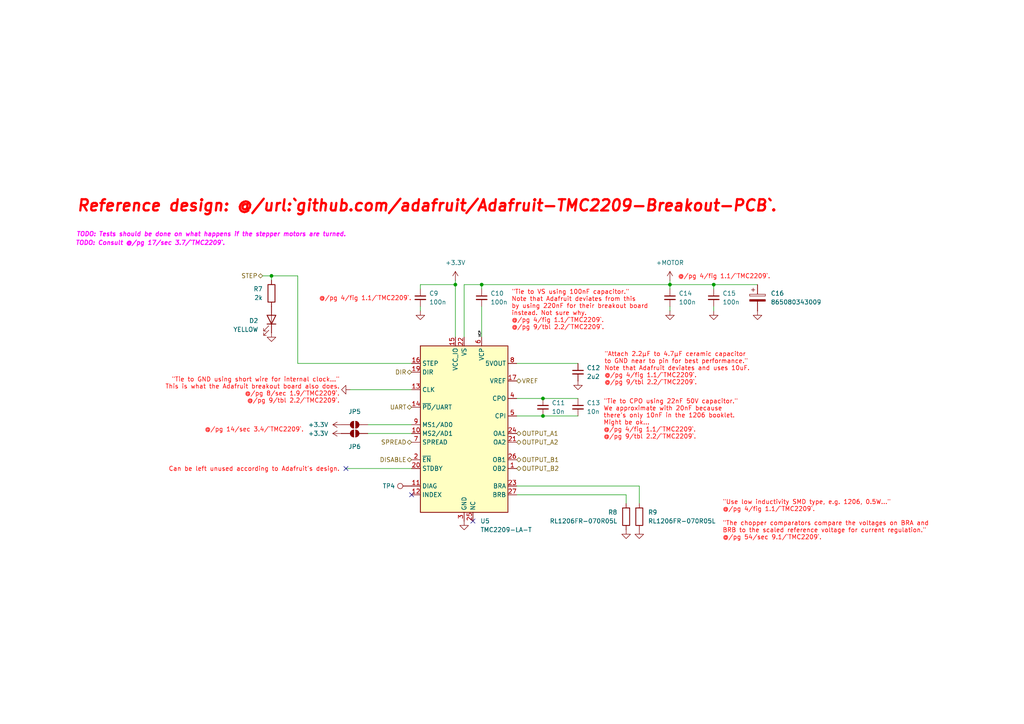
<source format=kicad_sch>
(kicad_sch (version 20250114) (generator "eeschema") (generator_version "9.0")
  (paper "A4")
  (lib_symbols
    (symbol "Connector:TestPoint" (pin_numbers (hide yes)) (pin_names (offset 0.762) (hide yes))
      (property "Reference" "TP" (at 0 6.858 0))
      (property "Value" "TestPoint" (at 0 5.08 0))
      (symbol "TestPoint_0_1"
        (circle (center 0 3.302) (radius 0.762))
      )
      (symbol "TestPoint_1_1"
        (pin passive line (at 0 0 90) (length 2.54) (name "1") (number "1"))
      )
    )
    (symbol "Device:C_Polarized" (pin_numbers (hide yes)) (pin_names (offset 0.254))
      (property "Reference" "C" (at 0.635 2.54 0))
      (property "Value" "C_Polarized" (at 0.635 -2.54 0))
      (symbol "C_Polarized_0_1"
        (rectangle (start -2.286 0.508) (end 2.286 1.016))
        (polyline (pts (xy -1.778 2.286) (xy -0.762 2.286)))
        (polyline (pts (xy -1.27 2.794) (xy -1.27 1.778)))
        (rectangle (start 2.286 -0.508) (end -2.286 -1.016) (fill (type outline)))
      )
      (symbol "C_Polarized_1_1"
        (pin passive line (at 0 3.81 270) (length 2.794) (name "~") (number "1"))
        (pin passive line (at 0 -3.81 90) (length 2.794) (name "~") (number "2"))
      )
    )
    (symbol "Device:C_Small" (pin_numbers (hide yes)) (pin_names (offset 0.254) (hide yes))
      (property "Reference" "C" (at 0.254 1.778 0))
      (property "Value" "C_Small" (at 0.254 -2.032 0))
      (symbol "C_Small_0_1"
        (polyline (pts (xy -1.524 0.508) (xy 1.524 0.508)) (stroke (width 0.3048)))
        (polyline (pts (xy -1.524 -0.508) (xy 1.524 -0.508)) (stroke (width 0.3302)))
      )
      (symbol "C_Small_1_1"
        (pin passive line (at 0 2.54 270) (length 2.032) (name "~") (number "1"))
        (pin passive line (at 0 -2.54 90) (length 2.032) (name "~") (number "2"))
      )
    )
    (symbol "Device:LED" (pin_numbers (hide yes)) (pin_names (offset 1.016) (hide yes))
      (property "Reference" "D" (at 0 2.54 0))
      (property "Value" "LED" (at 0 -2.54 0))
      (symbol "LED_0_1"
        (polyline (pts (xy -3.048 -0.762) (xy -4.572 -2.286) (xy -3.81 -2.286) (xy -4.572 -2.286) (xy -4.572 -1.524)))
        (polyline (pts (xy -1.778 -0.762) (xy -3.302 -2.286) (xy -2.54 -2.286) (xy -3.302 -2.286) (xy -3.302 -1.524)))
        (polyline (pts (xy -1.27 0) (xy 1.27 0)))
        (polyline (pts (xy -1.27 -1.27) (xy -1.27 1.27)) (stroke (width 0.254)))
        (polyline (pts (xy 1.27 -1.27) (xy 1.27 1.27) (xy -1.27 0) (xy 1.27 -1.27)) (stroke (width 0.254)))
      )
      (symbol "LED_1_1"
        (pin passive line (at -3.81 0 0) (length 2.54) (name "K") (number "1"))
        (pin passive line (at 3.81 0 180) (length 2.54) (name "A") (number "2"))
      )
    )
    (symbol "Device:R" (pin_numbers (hide yes)) (pin_names (offset 0))
      (property "Reference" "R" (at 2.032 0 90))
      (property "Value" "R" (at 0 0 90))
      (symbol "R_0_1"
        (rectangle (start -1.016 -2.54) (end 1.016 2.54) (stroke (width 0.254)))
      )
      (symbol "R_1_1"
        (pin passive line (at 0 3.81 270) (length 1.27) (name "~") (number "1"))
        (pin passive line (at 0 -3.81 90) (length 1.27) (name "~") (number "2"))
      )
    )
    (symbol "Driver_Motor:TMC2209-LA"
      (property "Reference" "U" (at -11.684 26.924 0))
      (property "Value" "TMC2209-LA" (at 13.208 26.924 0))
      (symbol "TMC2209-LA_0_1"
        (rectangle (start -12.7 25.4) (end 12.7 -22.86) (stroke (width 0.254)) (fill (type background)))
      )
      (symbol "TMC2209-LA_1_1"
        (pin input line (at -15.24 20.32 0) (length 2.54) (name "STEP") (number "16"))
        (pin input line (at -15.24 17.78 0) (length 2.54) (name "DIR") (number "19"))
        (pin input line (at -15.24 12.7 0) (length 2.54) (name "CLK") (number "13"))
        (pin bidirectional line (at -15.24 7.62 0) (length 2.54) (name "~{PD}/UART") (number "14"))
        (pin input line (at -15.24 2.54 0) (length 2.54) (name "MS1/AD0") (number "9"))
        (pin input line (at -15.24 0 0) (length 2.54) (name "MS2/AD1") (number "10"))
        (pin input line (at -15.24 -2.54 0) (length 2.54) (name "SPREAD") (number "7"))
        (pin input line (at -15.24 -7.62 0) (length 2.54) (name "~{EN}") (number "2"))
        (pin input line (at -15.24 -10.16 0) (length 2.54) (name "STDBY") (number "20"))
        (pin output line (at -15.24 -15.24 0) (length 2.54) (name "DIAG") (number "11"))
        (pin output line (at -15.24 -17.78 0) (length 2.54) (name "INDEX") (number "12"))
        (pin power_in line (at -2.54 27.94 270) (length 2.54) (name "VCC_IO") (number "15"))
        (pin power_in line (at 0 27.94 270) (length 2.54) (name "VS") (number "22"))
        (pin passive line (at 0 27.94 270) (length 2.54) (hide yes) (name "VS") (number "28"))
        (pin passive line (at 0 -25.4 90) (length 2.54) (hide yes) (name "GND") (number "18"))
        (pin passive line (at 0 -25.4 90) (length 2.54) (hide yes) (name "GND") (number "29"))
        (pin power_in line (at 0 -25.4 90) (length 2.54) (name "GND") (number "3"))
        (pin passive line (at 2.54 -25.4 90) (length 2.54) (name "NC") (number "25"))
        (pin output line (at 5.08 27.94 270) (length 2.54) (name "VCP") (number "6"))
        (pin power_out line (at 15.24 20.32 180) (length 2.54) (name "5VOUT") (number "8"))
        (pin passive line (at 15.24 15.24 180) (length 2.54) (name "VREF") (number "17"))
        (pin input line (at 15.24 10.16 180) (length 2.54) (name "CPO") (number "4"))
        (pin input line (at 15.24 5.08 180) (length 2.54) (name "CPI") (number "5"))
        (pin output line (at 15.24 0 180) (length 2.54) (name "OA1") (number "24"))
        (pin output line (at 15.24 -2.54 180) (length 2.54) (name "OA2") (number "21"))
        (pin output line (at 15.24 -7.62 180) (length 2.54) (name "OB1") (number "26"))
        (pin output line (at 15.24 -10.16 180) (length 2.54) (name "OB2") (number "1"))
        (pin input line (at 15.24 -15.24 180) (length 2.54) (name "BRA") (number "23"))
        (pin input line (at 15.24 -17.78 180) (length 2.54) (name "BRB") (number "27"))
      )
    )
    (symbol "Jumper:SolderJumper_2_Open" (pin_numbers (hide yes)) (pin_names (offset 0) (hide yes)) (in_bom no)
      (property "Reference" "JP" (at 0 2.032 0))
      (property "Value" "SolderJumper_2_Open" (at 0 -2.54 0))
      (symbol "SolderJumper_2_Open_0_1"
        (polyline (pts (xy -0.254 1.016) (xy -0.254 -1.016)))
        (arc (start -0.254 -1.016) (mid -1.2656 0) (end -0.254 1.016))
        (arc (start -0.254 -1.016) (mid -1.2656 0) (end -0.254 1.016) (fill (type outline)))
        (arc (start 0.254 1.016) (mid 1.2656 0) (end 0.254 -1.016))
        (arc (start 0.254 1.016) (mid 1.2656 0) (end 0.254 -1.016) (fill (type outline)))
        (polyline (pts (xy 0.254 1.016) (xy 0.254 -1.016)))
      )
      (symbol "SolderJumper_2_Open_1_1"
        (pin passive line (at -3.81 0 0) (length 2.54) (name "A") (number "1"))
        (pin passive line (at 3.81 0 180) (length 2.54) (name "B") (number "2"))
      )
    )
    (symbol "power:+3.3V" (power) (pin_numbers (hide yes)) (pin_names (offset 0) (hide yes))
      (property "Value" "+3.3V" (at 0 3.556 0))
      (symbol "+3.3V_0_1"
        (polyline (pts (xy -0.762 1.27) (xy 0 2.54)))
        (polyline (pts (xy 0 2.54) (xy 0.762 1.27)))
        (polyline (pts (xy 0 0) (xy 0 2.54)))
      )
      (symbol "+3.3V_1_1"
        (pin power_in line (at 0 0 90) (length 0) (name "~") (number "1"))
      )
    )
    (symbol "power:+BATT" (power) (pin_numbers (hide yes)) (pin_names (offset 0) (hide yes))
      (property "Value" "+BATT" (at 0 3.556 0))
      (symbol "+BATT_0_1"
        (polyline (pts (xy -0.762 1.27) (xy 0 2.54)))
        (polyline (pts (xy 0 2.54) (xy 0.762 1.27)))
        (polyline (pts (xy 0 0) (xy 0 2.54)))
      )
      (symbol "+BATT_1_1"
        (pin power_in line (at 0 0 90) (length 0) (name "~") (number "1"))
      )
    )
    (symbol "power:GND" (power) (pin_numbers (hide yes)) (pin_names (offset 0) (hide yes))
      (property "Value" "GND" (at 0 -3.81 0))
      (symbol "GND_0_1"
        (polyline (pts (xy 0 0) (xy 0 -1.27) (xy 1.27 -1.27) (xy 0 -2.54) (xy -1.27 -1.27) (xy 0 -1.27)))
      )
      (symbol "GND_1_1"
        (pin power_in line (at 0 0 270) (length 0) (name "~") (number "1"))
      )
    )
  )
  (text "\"Use low inductivity SMD type, e.g. 1206, 0.5W...\"\n@/pg 4/fig 1.1/`TMC2209`.\n\n\"The chopper comparators compare the voltages on BRA and\nBRB to the scaled reference voltage for current regulation.\"\n@/pg 54/sec 9.1/`TMC2209`." (at 209.55 150.876 0) (effects (font (size 1.27 1.27) (thickness 0.1588)) (justify left)))
  (text "TODO: Tests should be done on what happens if the stepper motors are turned." (at 22.098 68.072 0) (effects (font (size 1.27 1.27) (thickness 0.254) (bold yes) (italic yes)) (justify left)))
  (text "\"Tie to VS using 100nF capacitor.\"\nNote that Adafruit deviates from this\nby using 220nF for their breakout board\ninstead. Not sure why.\n@/pg 4/fig 1.1/`TMC2209`.\n@/pg 9/tbl 2.2/`TMC2209`." (at 148.336 84.074 0) (effects (font (size 1.27 1.27) (thickness 0.1588)) (justify left top)))
  (text "@/pg 14/sec 3.4/`TMC2209`." (at 88.138 124.714 0) (effects (font (size 1.27 1.27) (thickness 0.1588)) (justify right)))
  (text "\"Tie to CPO using 22nF 50V capacitor.\"\nWe approximate with 20nF because\nthere's only 10nF in the 1206 booklet.\nMight be ok...\n@/pg 4/fig 1.1/`TMC2209`.\n@/pg 9/tbl 2.2/`TMC2209`." (at 175.006 121.666 0) (effects (font (size 1.27 1.27) (thickness 0.1588)) (justify left)))
  (text "@/pg 4/fig 1.1/`TMC2209`." (at 196.596 81.026 0) (effects (font (size 1.27 1.27) (thickness 0.1588)) (justify left bottom)))
  (text "@/pg 4/fig 1.1/`TMC2209`." (at 119.38 87.376 0) (effects (font (size 1.27 1.27) (thickness 0.1588)) (justify right bottom)))
  (text "Reference design: @/url:`github.com/adafruit/Adafruit-TMC2209-Breakout-PCB`." (at 22.098 61.722 0) (effects (font (size 3.2512 3.2512) (thickness 0.6502) (bold yes) (italic yes)) (justify left bottom)))
  (text "\"Attach 2.2μF to 4.7μF ceramic capacitor\nto GND near to pin for best performance.\"\nNote that Adafruit deviates and uses 10uF.\n@/pg 4/fig 1.1/`TMC2209`.\n@/pg 9/tbl 2.2/`TMC2209`." (at 175.26 102.108 0) (effects (font (size 1.27 1.27) (thickness 0.1588)) (justify left top)))
  (text "\"Tie to GND using short wire for internal clock...\"\nThis is what the Adafruit breakout board also does.\n@/pg 8/sec 1.9/`TMC2209`.\n@/pg 9/tbl 2.2/`TMC2209`." (at 98.552 113.284 0) (effects (font (size 1.27 1.27) (thickness 0.1588)) (justify right)))
  (text "TODO: Consult @/pg 17/sec 3.7/`TMC2209`." (at 21.844 70.612 0) (effects (font (size 1.27 1.27) (thickness 0.254) (bold yes) (italic yes)) (justify left)))
  (text "Can be left unused according to Adafruit's design." (at 98.552 136.144 0) (effects (font (size 1.27 1.27) (thickness 0.1588)) (justify right)))
  (junction (at 139.7 82.55))
  (junction (at 194.31 82.55))
  (junction (at 132.08 82.55))
  (junction (at 157.48 115.57))
  (junction (at 78.74 80.01))
  (junction (at 157.48 120.65))
  (junction (at 207.01 82.55))
  (no_connect (at 119.38 143.51))
  (no_connect (at 137.16 151.13))
  (no_connect (at 100.33 135.89))
  (wire (pts (xy 157.48 120.65) (xy 167.64 120.65)))
  (wire (pts (xy 194.31 83.82) (xy 194.31 82.55)))
  (wire (pts (xy 207.01 90.17) (xy 207.01 88.9)))
  (wire (pts (xy 78.74 81.28) (xy 78.74 80.01)))
  (wire (pts (xy 207.01 82.55) (xy 219.71 82.55)))
  (wire (pts (xy 101.6 113.03) (xy 119.38 113.03)))
  (wire (pts (xy 185.42 140.97) (xy 185.42 146.05)))
  (wire (pts (xy 86.36 105.41) (xy 119.38 105.41)))
  (wire (pts (xy 121.92 82.55) (xy 132.08 82.55)))
  (wire (pts (xy 134.62 82.55) (xy 134.62 97.79)))
  (wire (pts (xy 121.92 90.17) (xy 121.92 88.9)))
  (wire (pts (xy 76.2 80.01) (xy 78.74 80.01)))
  (wire (pts (xy 139.7 82.55) (xy 194.31 82.55)))
  (wire (pts (xy 194.31 90.17) (xy 194.31 88.9)))
  (wire (pts (xy 149.86 105.41) (xy 167.64 105.41)))
  (wire (pts (xy 106.68 123.19) (xy 119.38 123.19)))
  (wire (pts (xy 106.68 125.73) (xy 119.38 125.73)))
  (wire (pts (xy 149.86 115.57) (xy 157.48 115.57)))
  (wire (pts (xy 207.01 83.82) (xy 207.01 82.55)))
  (wire (pts (xy 139.7 83.82) (xy 139.7 82.55)))
  (wire (pts (xy 149.86 140.97) (xy 185.42 140.97)))
  (wire (pts (xy 194.31 81.28) (xy 194.31 82.55)))
  (wire (pts (xy 139.7 88.9) (xy 139.7 97.79)))
  (wire (pts (xy 121.92 82.55) (xy 121.92 83.82)))
  (wire (pts (xy 149.86 143.51) (xy 181.61 143.51)))
  (wire (pts (xy 132.08 82.55) (xy 132.08 97.79)))
  (wire (pts (xy 78.74 80.01) (xy 86.36 80.01)))
  (wire (pts (xy 149.86 120.65) (xy 157.48 120.65)))
  (wire (pts (xy 194.31 82.55) (xy 207.01 82.55)))
  (wire (pts (xy 100.33 135.89) (xy 119.38 135.89)))
  (wire (pts (xy 132.08 82.55) (xy 132.08 81.28)))
  (wire (pts (xy 134.62 82.55) (xy 139.7 82.55)))
  (wire (pts (xy 157.48 115.57) (xy 167.64 115.57)))
  (wire (pts (xy 86.36 80.01) (xy 86.36 105.41)))
  (wire (pts (xy 181.61 143.51) (xy 181.61 146.05)))
  (label "VCP" (at 139.7 97.79 90) (effects (font (size 0.635 0.635))))
  (hierarchical_label "DIR" (shape bidirectional) (at 119.38 107.95 180))
  (hierarchical_label "OUTPUT_B1" (shape bidirectional) (at 149.86 133.35 0))
  (hierarchical_label "UART" (shape bidirectional) (at 119.38 118.11 180))
  (hierarchical_label "OUTPUT_B2" (shape bidirectional) (at 149.86 135.89 0))
  (hierarchical_label "STEP" (shape bidirectional) (at 76.2 80.01 180))
  (hierarchical_label "OUTPUT_A2" (shape bidirectional) (at 149.86 128.27 0))
  (hierarchical_label "SPREAD" (shape bidirectional) (at 119.38 128.27 180))
  (hierarchical_label "DISABLE" (shape bidirectional) (at 119.38 133.35 180))
  (hierarchical_label "VREF" (shape bidirectional) (at 149.86 110.49 0))
  (hierarchical_label "OUTPUT_A1" (shape bidirectional) (at 149.86 125.73 0))
  (symbol (lib_id "power:+3.3V") (at 99.06 125.73 90) (unit 1)
    (property "Reference" "#PWR053" (effects (hide yes)))
    (property "Value" "+3.3V" (at 95.25 125.7299 90) (effects (justify left)))
    (property "Description" "Power symbol creates a global label with name \"+3.3V\"" (effects (hide yes)))
    (instances (project "MainPowerDistributionSystem" (path "" (reference "#PWR067") (unit 1)) (path "" (reference "#PWR081") (unit 1)) (path "" (reference "#PWR053") (unit 1))))
  )
  (symbol (lib_id "Device:C_Small") (at 157.48 118.11 0) (unit 1)
    (property "Reference" "C3" (at 160.02 116.8462 0) (effects (justify left)))
    (property "Value" "10n" (at 160.02 119.3862 0) (effects (justify left)))
    (property "Footprint" "Capacitor_SMD:C_1206_3216Metric_Pad1.33x1.80mm_HandSolder" (effects (hide yes)))
    (property "Description" "Unpolarized capacitor, small symbol" (effects (hide yes)))
    (instances (project "MainPowerDistributionSystem" (path "" (reference "C11") (unit 1)) (path "" (reference "C19") (unit 1)) (path "" (reference "C3") (unit 1))))
  )
  (symbol (lib_id "Device:C_Small") (at 121.92 86.36 0) (unit 1)
    (property "Reference" "C1" (at 124.46 85.0962 0) (effects (justify left)))
    (property "Value" "100n" (at 124.46 87.6362 0) (effects (justify left)))
    (property "Footprint" "Capacitor_SMD:C_1206_3216Metric_Pad1.33x1.80mm_HandSolder" (effects (hide yes)))
    (property "Description" "Unpolarized capacitor, small symbol" (effects (hide yes)))
    (instances (project "MainPowerDistributionSystem" (path "" (reference "C9") (unit 1)) (path "" (reference "C17") (unit 1)) (path "" (reference "C1") (unit 1))))
  )
  (symbol (lib_id "Device:C_Small") (at 167.64 118.11 0) (unit 1)
    (property "Reference" "C5" (at 170.18 116.8462 0) (effects (justify left)))
    (property "Value" "10n" (at 170.18 119.3862 0) (effects (justify left)))
    (property "Footprint" "Capacitor_SMD:C_1206_3216Metric_Pad1.33x1.80mm_HandSolder" (effects (hide yes)))
    (property "Description" "Unpolarized capacitor, small symbol" (effects (hide yes)))
    (instances (project "MainPowerDistributionSystem" (path "" (reference "C13") (unit 1)) (path "" (reference "C21") (unit 1)) (path "" (reference "C5") (unit 1))))
  )
  (symbol (lib_id "Device:R") (at 181.61 149.86 0) (mirror x) (unit 1)
    (property "Reference" "R5" (at 179.07 148.5899 0) (effects (justify right)))
    (property "Value" "RL1206FR-070R05L" (at 179.07 151.1299 0) (effects (justify right)))
    (property "Footprint" "Resistor_SMD:R_1206_3216Metric_Pad1.30x1.75mm_HandSolder" (effects (hide yes)))
    (property "Description" "Resistor" (effects (hide yes)))
    (instances (project "MainPowerDistributionSystem" (path "" (reference "R8") (unit 1)) (path "" (reference "R11") (unit 1)) (path "" (reference "R5") (unit 1))))
  )
  (symbol (lib_id "power:GND") (at 219.71 90.17 0) (unit 1)
    (property "Reference" "#PWR064" (effects (hide yes)))
    (property "Value" "GND" (effects (hide yes)))
    (property "Description" "Power symbol creates a global label with name \"GND\" , ground" (effects (hide yes)))
    (instances (project "MainPowerDistributionSystem" (path "" (reference "#PWR078") (unit 1)) (path "" (reference "#PWR092") (unit 1)) (path "" (reference "#PWR064") (unit 1))))
  )
  (symbol (lib_id "Device:LED") (at 78.74 92.71 270) (mirror x) (unit 1)
    (property "Reference" "D1" (at 74.93 93.0274 90) (effects (justify right)))
    (property "Value" "YELLOW" (at 74.93 95.5674 90) (effects (justify right)))
    (property "Footprint" "LED_SMD:LED_1206_3216Metric_Pad1.42x1.75mm_HandSolder" (effects (hide yes)))
    (property "Description" "Light emitting diode" (effects (hide yes)))
    (property "Sim.Pins" "1=K 2=A" (effects (hide yes)))
    (instances (project "MainPowerDistributionSystem" (path "" (reference "D2") (unit 1)) (path "" (reference "D3") (unit 1)) (path "" (reference "D1") (unit 1))))
  )
  (symbol (lib_id "power:GND") (at 207.01 90.17 0) (unit 1)
    (property "Reference" "#PWR063" (effects (hide yes)))
    (property "Value" "GND" (effects (hide yes)))
    (property "Description" "Power symbol creates a global label with name \"GND\" , ground" (effects (hide yes)))
    (instances (project "MainPowerDistributionSystem" (path "" (reference "#PWR077") (unit 1)) (path "" (reference "#PWR091") (unit 1)) (path "" (reference "#PWR063") (unit 1))))
  )
  (symbol (lib_id "Device:R") (at 78.74 85.09 0) (mirror x) (unit 1)
    (property "Reference" "R4" (at 76.2 83.8199 0) (effects (justify right)))
    (property "Value" "2k" (at 76.2 86.3599 0) (effects (justify right)))
    (property "Footprint" "Resistor_SMD:R_1206_3216Metric_Pad1.30x1.75mm_HandSolder" (effects (hide yes)))
    (property "Description" "Resistor" (effects (hide yes)))
    (instances (project "MainPowerDistributionSystem" (path "" (reference "R7") (unit 1)) (path "" (reference "R10") (unit 1)) (path "" (reference "R4") (unit 1))))
  )
  (symbol (lib_id "Connector:TestPoint") (at 119.38 140.97 90) (unit 1)
    (property "Reference" "TP3" (at 112.776 140.97 90))
    (property "Value" "TestPoint" (effects (hide yes)))
    (property "Footprint" "TestPoint:TestPoint_Pad_1.0x1.0mm" (effects (hide yes)))
    (property "Description" "test point" (effects (hide yes)))
    (instances (project "MainPowerDistributionSystem" (path "" (reference "TP4") (unit 1)) (path "" (reference "TP5") (unit 1)) (path "" (reference "TP3") (unit 1))))
  )
  (symbol (lib_id "power:+3.3V") (at 132.08 81.28 0) (unit 1)
    (property "Reference" "#PWR056" (effects (hide yes)))
    (property "Value" "+3.3V" (at 132.08 76.2 0))
    (property "Description" "Power symbol creates a global label with name \"+3.3V\"" (effects (hide yes)))
    (instances (project "MainPowerDistributionSystem" (path "" (reference "#PWR070") (unit 1)) (path "" (reference "#PWR084") (unit 1)) (path "" (reference "#PWR056") (unit 1))))
  )
  (symbol (lib_id "power:+BATT") (at 194.31 81.28 0) (unit 1)
    (property "Reference" "#PWR061" (effects (hide yes)))
    (property "Value" "+MOTOR" (at 194.31 76.2 0))
    (property "Description" "Power symbol creates a global label with name \"+BATT\"" (effects (hide yes)))
    (instances (project "MainPowerDistributionSystem" (path "" (reference "#PWR075") (unit 1)) (path "" (reference "#PWR089") (unit 1)) (path "" (reference "#PWR061") (unit 1))))
  )
  (symbol (lib_id "power:GND") (at 185.42 153.67 0) (unit 1)
    (property "Reference" "#PWR060" (effects (hide yes)))
    (property "Value" "GND" (effects (hide yes)))
    (property "Description" "Power symbol creates a global label with name \"GND\" , ground" (effects (hide yes)))
    (instances (project "MainPowerDistributionSystem" (path "" (reference "#PWR074") (unit 1)) (path "" (reference "#PWR088") (unit 1)) (path "" (reference "#PWR060") (unit 1))))
  )
  (symbol (lib_id "power:GND") (at 194.31 90.17 0) (unit 1)
    (property "Reference" "#PWR062" (effects (hide yes)))
    (property "Value" "GND" (effects (hide yes)))
    (property "Description" "Power symbol creates a global label with name \"GND\" , ground" (effects (hide yes)))
    (instances (project "MainPowerDistributionSystem" (path "" (reference "#PWR076") (unit 1)) (path "" (reference "#PWR090") (unit 1)) (path "" (reference "#PWR062") (unit 1))))
  )
  (symbol (lib_id "Device:C_Polarized") (at 219.71 86.36 0) (unit 1)
    (property "Reference" "C8" (at 223.52 85.09 0) (effects (justify left)))
    (property "Value" "865080343009" (at 223.52 87.63 0) (effects (justify left)))
    (property "Footprint" "Capacitor_SMD:CP_Elec_6.3x5.4" (effects (hide yes)))
    (property "Description" "Polarized capacitor" (effects (hide yes)))
    (instances (project "MainPowerDistributionSystem" (path "" (reference "C16") (unit 1)) (path "" (reference "C24") (unit 1)) (path "" (reference "C8") (unit 1))))
  )
  (symbol (lib_id "power:+3.3V") (at 99.06 123.19 90) (unit 1)
    (property "Reference" "#PWR052" (effects (hide yes)))
    (property "Value" "+3.3V" (at 95.25 123.1899 90) (effects (justify left)))
    (property "Description" "Power symbol creates a global label with name \"+3.3V\"" (effects (hide yes)))
    (instances (project "MainPowerDistributionSystem" (path "" (reference "#PWR066") (unit 1)) (path "" (reference "#PWR080") (unit 1)) (path "" (reference "#PWR052") (unit 1))))
  )
  (symbol (lib_id "power:GND") (at 167.64 110.49 0) (unit 1)
    (property "Reference" "#PWR058" (effects (hide yes)))
    (property "Value" "GND" (effects (hide yes)))
    (property "Description" "Power symbol creates a global label with name \"GND\" , ground" (effects (hide yes)))
    (instances (project "MainPowerDistributionSystem" (path "" (reference "#PWR072") (unit 1)) (path "" (reference "#PWR086") (unit 1)) (path "" (reference "#PWR058") (unit 1))))
  )
  (symbol (lib_id "Device:C_Small") (at 207.01 86.36 0) (unit 1)
    (property "Reference" "C7" (at 209.55 85.0962 0) (effects (justify left)))
    (property "Value" "100n" (at 209.55 87.6362 0) (effects (justify left)))
    (property "Footprint" "Capacitor_SMD:C_1206_3216Metric_Pad1.33x1.80mm_HandSolder" (effects (hide yes)))
    (property "Description" "Unpolarized capacitor, small symbol" (effects (hide yes)))
    (instances (project "MainPowerDistributionSystem" (path "" (reference "C15") (unit 1)) (path "" (reference "C23") (unit 1)) (path "" (reference "C7") (unit 1))))
  )
  (symbol (lib_id "Device:C_Small") (at 194.31 86.36 0) (unit 1)
    (property "Reference" "C6" (at 196.85 85.0962 0) (effects (justify left)))
    (property "Value" "100n" (at 196.85 87.6362 0) (effects (justify left)))
    (property "Footprint" "Capacitor_SMD:C_1206_3216Metric_Pad1.33x1.80mm_HandSolder" (effects (hide yes)))
    (property "Description" "Unpolarized capacitor, small symbol" (effects (hide yes)))
    (instances (project "MainPowerDistributionSystem" (path "" (reference "C14") (unit 1)) (path "" (reference "C22") (unit 1)) (path "" (reference "C6") (unit 1))))
  )
  (symbol (lib_id "power:GND") (at 78.74 96.52 0) (unit 1)
    (property "Reference" "#PWR051" (effects (hide yes)))
    (property "Value" "GND" (effects (hide yes)))
    (property "Description" "Power symbol creates a global label with name \"GND\" , ground" (effects (hide yes)))
    (instances (project "MainPowerDistributionSystem" (path "" (reference "#PWR065") (unit 1)) (path "" (reference "#PWR079") (unit 1)) (path "" (reference "#PWR051") (unit 1))))
  )
  (symbol (lib_id "Jumper:SolderJumper_2_Open") (at 102.87 123.19 0) (unit 1) (in_bom no)
    (property "Reference" "JP3" (at 102.87 119.38 0))
    (property "Value" "SolderJumper_2_Open" (effects (hide yes)))
    (property "Footprint" "Jumper:SolderJumper-2_P1.3mm_Open_RoundedPad1.0x1.5mm" (effects (hide yes)))
    (property "Description" "Solder Jumper, 2-pole, open" (effects (hide yes)))
    (instances (project "MainPowerDistributionSystem" (path "" (reference "JP5") (unit 1)) (path "" (reference "JP7") (unit 1)) (path "" (reference "JP3") (unit 1))))
  )
  (symbol (lib_id "power:GND") (at 134.62 151.13 0) (unit 1)
    (property "Reference" "#PWR057" (effects (hide yes)))
    (property "Value" "GND" (effects (hide yes)))
    (property "Description" "Power symbol creates a global label with name \"GND\" , ground" (effects (hide yes)))
    (instances (project "MainPowerDistributionSystem" (path "" (reference "#PWR071") (unit 1)) (path "" (reference "#PWR085") (unit 1)) (path "" (reference "#PWR057") (unit 1))))
  )
  (symbol (lib_id "Driver_Motor:TMC2209-LA") (at 134.62 125.73 0) (unit 1)
    (property "Reference" "U4" (at 139.3033 151.13 0) (effects (justify left)))
    (property "Value" "TMC2209-LA-T" (at 139.3033 153.67 0) (effects (justify left)))
    (property "Footprint" "Package_DFN_QFN:VQFN-28-1EP_5x5mm_P0.5mm_EP3.7x3.7mm_ThermalVias" (effects (hide yes)))
    (property "Datasheet" "https://www.analog.com/media/en/technical-documentation/data-sheets/TMC2209_datasheet_rev1.09.pdf" (effects (hide yes)))
    (property "Description" "2-phase stepper motor driver, 256 µSteps, 2.8A peak, 2.0A RMS, VS = 4.75..29V, STEP/DIR and UART interface, VQFN-28" (effects (hide yes)))
    (instances (project "MainPowerDistributionSystem" (path "" (reference "U5") (unit 1)) (path "" (reference "U6") (unit 1)) (path "" (reference "U4") (unit 1))))
  )
  (symbol (lib_id "Device:C_Small") (at 167.64 107.95 0) (unit 1)
    (property "Reference" "C4" (at 170.18 106.6862 0) (effects (justify left)))
    (property "Value" "2u2" (at 170.18 109.2262 0) (effects (justify left)))
    (property "Footprint" "Capacitor_SMD:C_1206_3216Metric_Pad1.33x1.80mm_HandSolder" (effects (hide yes)))
    (property "Description" "Unpolarized capacitor, small symbol" (effects (hide yes)))
    (instances (project "MainPowerDistributionSystem" (path "" (reference "C12") (unit 1)) (path "" (reference "C20") (unit 1)) (path "" (reference "C4") (unit 1))))
  )
  (symbol (lib_id "Device:R") (at 185.42 149.86 180) (unit 1)
    (property "Reference" "R6" (at 187.96 148.5899 0) (effects (justify right)))
    (property "Value" "RL1206FR-070R05L" (at 187.96 151.1299 0) (effects (justify right)))
    (property "Footprint" "Resistor_SMD:R_1206_3216Metric_Pad1.30x1.75mm_HandSolder" (effects (hide yes)))
    (property "Description" "Resistor" (effects (hide yes)))
    (instances (project "MainPowerDistributionSystem" (path "" (reference "R9") (unit 1)) (path "" (reference "R12") (unit 1)) (path "" (reference "R6") (unit 1))))
  )
  (symbol (lib_id "Jumper:SolderJumper_2_Open") (at 102.87 125.73 0) (mirror x) (unit 1) (in_bom no)
    (property "Reference" "JP4" (at 102.87 129.54 0))
    (property "Value" "SolderJumper_2_Open" (effects (hide yes)))
    (property "Footprint" "Jumper:SolderJumper-2_P1.3mm_Open_RoundedPad1.0x1.5mm" (effects (hide yes)))
    (property "Description" "Solder Jumper, 2-pole, open" (effects (hide yes)))
    (instances (project "MainPowerDistributionSystem" (path "" (reference "JP6") (unit 1)) (path "" (reference "JP8") (unit 1)) (path "" (reference "JP4") (unit 1))))
  )
  (symbol (lib_id "power:GND") (at 101.6 113.03 270) (unit 1)
    (property "Reference" "#PWR054" (effects (hide yes)))
    (property "Value" "GND" (effects (hide yes)))
    (property "Description" "Power symbol creates a global label with name \"GND\" , ground" (effects (hide yes)))
    (instances (project "MainPowerDistributionSystem" (path "" (reference "#PWR068") (unit 1)) (path "" (reference "#PWR082") (unit 1)) (path "" (reference "#PWR054") (unit 1))))
  )
  (symbol (lib_id "power:GND") (at 121.92 90.17 0) (unit 1)
    (property "Reference" "#PWR055" (effects (hide yes)))
    (property "Value" "GND" (effects (hide yes)))
    (property "Description" "Power symbol creates a global label with name \"GND\" , ground" (effects (hide yes)))
    (instances (project "MainPowerDistributionSystem" (path "" (reference "#PWR069") (unit 1)) (path "" (reference "#PWR083") (unit 1)) (path "" (reference "#PWR055") (unit 1))))
  )
  (symbol (lib_id "power:GND") (at 181.61 153.67 0) (unit 1)
    (property "Reference" "#PWR059" (effects (hide yes)))
    (property "Value" "GND" (effects (hide yes)))
    (property "Description" "Power symbol creates a global label with name \"GND\" , ground" (effects (hide yes)))
    (instances (project "MainPowerDistributionSystem" (path "" (reference "#PWR073") (unit 1)) (path "" (reference "#PWR087") (unit 1)) (path "" (reference "#PWR059") (unit 1))))
  )
  (symbol (lib_id "Device:C_Small") (at 139.7 86.36 0) (unit 1)
    (property "Reference" "C2" (at 142.24 85.0962 0) (effects (justify left)))
    (property "Value" "100n" (at 142.24 87.6362 0) (effects (justify left)))
    (property "Footprint" "Capacitor_SMD:C_1206_3216Metric_Pad1.33x1.80mm_HandSolder" (effects (hide yes)))
    (property "Description" "Unpolarized capacitor, small symbol" (effects (hide yes)))
    (instances (project "MainPowerDistributionSystem" (path "" (reference "C10") (unit 1)) (path "" (reference "C18") (unit 1)) (path "" (reference "C2") (unit 1))))
  )
)
</source>
